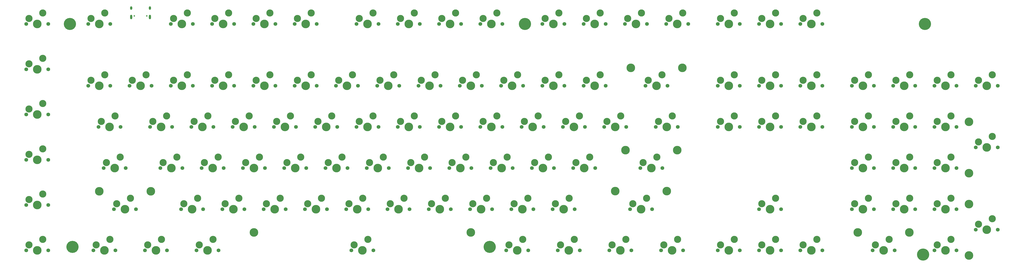
<source format=gts>
%TF.GenerationSoftware,KiCad,Pcbnew,8.0.2*%
%TF.CreationDate,2024-07-25T18:57:39+02:00*%
%TF.ProjectId,micha_board,6d696368-615f-4626-9f61-72642e6b6963,rev?*%
%TF.SameCoordinates,Original*%
%TF.FileFunction,Soldermask,Top*%
%TF.FilePolarity,Negative*%
%FSLAX46Y46*%
G04 Gerber Fmt 4.6, Leading zero omitted, Abs format (unit mm)*
G04 Created by KiCad (PCBNEW 8.0.2) date 2024-07-25 18:57:39*
%MOMM*%
%LPD*%
G01*
G04 APERTURE LIST*
%ADD10C,5.600000*%
%ADD11C,3.987800*%
%ADD12C,1.750000*%
%ADD13C,3.300000*%
%ADD14C,0.650000*%
%ADD15O,1.000000X1.600000*%
%ADD16O,1.000000X2.100000*%
G04 APERTURE END LIST*
D10*
%TO.C,H6*%
X446881250Y-144859375D03*
%TD*%
%TO.C,H5*%
X246856250Y-141287500D03*
%TD*%
%TO.C,H4*%
X54371875Y-141287500D03*
%TD*%
%TO.C,H3*%
X447675000Y-38100000D03*
%TD*%
%TO.C,H2*%
X263128125Y-38100000D03*
%TD*%
%TO.C,H1*%
X53181250Y-38100000D03*
%TD*%
D11*
%TO.C,S1*%
X238125000Y-134620000D03*
X138112500Y-134620000D03*
%TD*%
%TO.C,S4*%
X328612500Y-115490625D03*
X304800000Y-115490625D03*
%TD*%
%TO.C,S3*%
X333375000Y-96520000D03*
X309562500Y-96520000D03*
%TD*%
%TO.C,S8*%
X335756250Y-58420000D03*
X311943750Y-58420000D03*
%TD*%
%TO.C,S2*%
X90487500Y-115570000D03*
X66675000Y-115570000D03*
%TD*%
%TO.C,S6*%
X467995000Y-121443750D03*
X467995000Y-145256250D03*
%TD*%
%TO.C,S5*%
X440531250Y-134620000D03*
X416718750Y-134620000D03*
%TD*%
%TO.C,S7*%
X467995000Y-83343750D03*
X467995000Y-107156250D03*
%TD*%
D12*
%TO.C,MX1*%
X43180000Y-38100000D03*
D11*
X38100000Y-38100000D03*
D12*
X33020000Y-38100000D03*
D13*
X34290000Y-35560000D03*
X40640000Y-33020000D03*
%TD*%
D12*
%TO.C,MX16*%
X381317500Y-38100000D03*
D11*
X376237500Y-38100000D03*
D12*
X371157500Y-38100000D03*
D13*
X372427500Y-35560000D03*
X378777500Y-33020000D03*
%TD*%
D12*
%TO.C,MX66*%
X143192500Y-104775000D03*
D11*
X138112500Y-104775000D03*
D12*
X133032500Y-104775000D03*
D13*
X134302500Y-102235000D03*
X140652500Y-99695000D03*
%TD*%
D12*
%TO.C,MX51*%
X271780000Y-85725000D03*
D11*
X266700000Y-85725000D03*
D12*
X261620000Y-85725000D03*
D13*
X262890000Y-83185000D03*
X269240000Y-80645000D03*
%TD*%
D12*
%TO.C,MX99*%
X97948750Y-142875000D03*
D11*
X92868750Y-142875000D03*
D12*
X87788750Y-142875000D03*
D13*
X89058750Y-140335000D03*
X95408750Y-137795000D03*
%TD*%
D12*
%TO.C,MX46*%
X176530000Y-85725000D03*
D11*
X171450000Y-85725000D03*
D12*
X166370000Y-85725000D03*
D13*
X167640000Y-83185000D03*
X173990000Y-80645000D03*
%TD*%
D12*
%TO.C,MX109*%
X433705000Y-142875000D03*
D11*
X428625000Y-142875000D03*
D12*
X423545000Y-142875000D03*
D13*
X424815000Y-140335000D03*
X431165000Y-137795000D03*
%TD*%
D12*
%TO.C,MX104*%
X312261250Y-142875000D03*
D11*
X307181250Y-142875000D03*
D12*
X302101250Y-142875000D03*
D13*
X303371250Y-140335000D03*
X309721250Y-137795000D03*
%TD*%
D12*
%TO.C,MX101*%
X193198750Y-142875000D03*
D11*
X188118750Y-142875000D03*
D12*
X183038750Y-142875000D03*
D13*
X184308750Y-140335000D03*
X190658750Y-137795000D03*
%TD*%
D12*
%TO.C,MX31*%
X300355000Y-66675000D03*
D11*
X295275000Y-66675000D03*
D12*
X290195000Y-66675000D03*
D13*
X291465000Y-64135000D03*
X297815000Y-61595000D03*
%TD*%
D12*
%TO.C,MX103*%
X288448750Y-142875000D03*
D11*
X283368750Y-142875000D03*
D12*
X278288750Y-142875000D03*
D13*
X279558750Y-140335000D03*
X285908750Y-137795000D03*
%TD*%
D12*
%TO.C,MX98*%
X74136250Y-142875000D03*
D11*
X69056250Y-142875000D03*
D12*
X63976250Y-142875000D03*
D13*
X65246250Y-140335000D03*
X71596250Y-137795000D03*
%TD*%
D12*
%TO.C,MX61*%
X481330000Y-95250000D03*
D11*
X476250000Y-95250000D03*
D12*
X471170000Y-95250000D03*
D13*
X472440000Y-92710000D03*
X478790000Y-90170000D03*
%TD*%
D12*
%TO.C,MX12*%
X300355000Y-38100000D03*
D11*
X295275000Y-38100000D03*
D12*
X290195000Y-38100000D03*
D13*
X291465000Y-35560000D03*
X297815000Y-33020000D03*
%TD*%
D12*
%TO.C,MX100*%
X121761250Y-142875000D03*
D11*
X116681250Y-142875000D03*
D12*
X111601250Y-142875000D03*
D13*
X112871250Y-140335000D03*
X119221250Y-137795000D03*
%TD*%
D12*
%TO.C,MX40*%
X43180000Y-80010000D03*
D11*
X38100000Y-80010000D03*
D12*
X33020000Y-80010000D03*
D13*
X34290000Y-77470000D03*
X40640000Y-74930000D03*
%TD*%
D12*
%TO.C,MX50*%
X252730000Y-85725000D03*
D11*
X247650000Y-85725000D03*
D12*
X242570000Y-85725000D03*
D13*
X243840000Y-83185000D03*
X250190000Y-80645000D03*
%TD*%
D12*
%TO.C,MX106*%
X362267500Y-142875000D03*
D11*
X357187500Y-142875000D03*
D12*
X352107500Y-142875000D03*
D13*
X353377500Y-140335000D03*
X359727500Y-137795000D03*
%TD*%
D12*
%TO.C,MX87*%
X228917500Y-123825000D03*
D11*
X223837500Y-123825000D03*
D12*
X218757500Y-123825000D03*
D13*
X220027500Y-121285000D03*
X226377500Y-118745000D03*
%TD*%
D12*
%TO.C,MX71*%
X238442500Y-104775000D03*
D11*
X233362500Y-104775000D03*
D12*
X228282500Y-104775000D03*
D13*
X229552500Y-102235000D03*
X235902500Y-99695000D03*
%TD*%
D12*
%TO.C,MX39*%
X481330000Y-66675000D03*
D11*
X476250000Y-66675000D03*
D12*
X471170000Y-66675000D03*
D13*
X472440000Y-64135000D03*
X478790000Y-61595000D03*
%TD*%
D12*
%TO.C,MX4*%
X128905000Y-38100000D03*
D11*
X123825000Y-38100000D03*
D12*
X118745000Y-38100000D03*
D13*
X120015000Y-35560000D03*
X126365000Y-33020000D03*
%TD*%
D12*
%TO.C,MX108*%
X400367500Y-142875000D03*
D11*
X395287500Y-142875000D03*
D12*
X390207500Y-142875000D03*
D13*
X391477500Y-140335000D03*
X397827500Y-137795000D03*
%TD*%
D12*
%TO.C,MX11*%
X281305000Y-38100000D03*
D11*
X276225000Y-38100000D03*
D12*
X271145000Y-38100000D03*
D13*
X272415000Y-35560000D03*
X278765000Y-33020000D03*
%TD*%
D12*
%TO.C,MX21*%
X109855000Y-66675000D03*
D11*
X104775000Y-66675000D03*
D12*
X99695000Y-66675000D03*
D13*
X100965000Y-64135000D03*
X107315000Y-61595000D03*
%TD*%
D12*
%TO.C,MX75*%
X326548750Y-104775000D03*
D11*
X321468750Y-104775000D03*
D12*
X316388750Y-104775000D03*
D13*
X317658750Y-102235000D03*
X324008750Y-99695000D03*
%TD*%
D12*
%TO.C,MX7*%
X195580000Y-38100000D03*
D11*
X190500000Y-38100000D03*
D12*
X185420000Y-38100000D03*
D13*
X186690000Y-35560000D03*
X193040000Y-33020000D03*
%TD*%
D12*
%TO.C,MX35*%
X400367500Y-66675000D03*
D11*
X395287500Y-66675000D03*
D12*
X390207500Y-66675000D03*
D13*
X391477500Y-64135000D03*
X397827500Y-61595000D03*
%TD*%
D12*
%TO.C,MX82*%
X133667500Y-123825000D03*
D11*
X128587500Y-123825000D03*
D12*
X123507500Y-123825000D03*
D13*
X124777500Y-121285000D03*
X131127500Y-118745000D03*
%TD*%
D12*
%TO.C,MX53*%
X309880000Y-85725000D03*
D11*
X304800000Y-85725000D03*
D12*
X299720000Y-85725000D03*
D13*
X300990000Y-83185000D03*
X307340000Y-80645000D03*
%TD*%
D12*
%TO.C,MX81*%
X114617500Y-123825000D03*
D11*
X109537500Y-123825000D03*
D12*
X104457500Y-123825000D03*
D13*
X105727500Y-121285000D03*
X112077500Y-118745000D03*
%TD*%
D12*
%TO.C,MX17*%
X400367500Y-38100000D03*
D11*
X395287500Y-38100000D03*
D12*
X390207500Y-38100000D03*
D13*
X391477500Y-35560000D03*
X397827500Y-33020000D03*
%TD*%
D12*
%TO.C,MX23*%
X147955000Y-66675000D03*
D11*
X142875000Y-66675000D03*
D12*
X137795000Y-66675000D03*
D13*
X139065000Y-64135000D03*
X145415000Y-61595000D03*
%TD*%
D12*
%TO.C,MX59*%
X443230000Y-85725000D03*
D11*
X438150000Y-85725000D03*
D12*
X433070000Y-85725000D03*
D13*
X434340000Y-83185000D03*
X440690000Y-80645000D03*
%TD*%
D12*
%TO.C,MX62*%
X43180000Y-100965000D03*
D11*
X38100000Y-100965000D03*
D12*
X33020000Y-100965000D03*
D13*
X34290000Y-98425000D03*
X40640000Y-95885000D03*
%TD*%
D12*
%TO.C,MX30*%
X281305000Y-66675000D03*
D11*
X276225000Y-66675000D03*
D12*
X271145000Y-66675000D03*
D13*
X272415000Y-64135000D03*
X278765000Y-61595000D03*
%TD*%
D12*
%TO.C,MX80*%
X83661250Y-123825000D03*
D11*
X78581250Y-123825000D03*
D12*
X73501250Y-123825000D03*
D13*
X74771250Y-121285000D03*
X81121250Y-118745000D03*
%TD*%
D12*
%TO.C,MX26*%
X205105000Y-66675000D03*
D11*
X200025000Y-66675000D03*
D12*
X194945000Y-66675000D03*
D13*
X196215000Y-64135000D03*
X202565000Y-61595000D03*
%TD*%
D12*
%TO.C,MX79*%
X43180000Y-121920000D03*
D11*
X38100000Y-121920000D03*
D12*
X33020000Y-121920000D03*
D13*
X34290000Y-119380000D03*
X40640000Y-116840000D03*
%TD*%
D12*
%TO.C,MX13*%
X319405000Y-38100000D03*
D11*
X314325000Y-38100000D03*
D12*
X309245000Y-38100000D03*
D13*
X310515000Y-35560000D03*
X316865000Y-33020000D03*
%TD*%
D12*
%TO.C,MX56*%
X381317500Y-85725000D03*
D11*
X376237500Y-85725000D03*
D12*
X371157500Y-85725000D03*
D13*
X372427500Y-83185000D03*
X378777500Y-80645000D03*
%TD*%
D12*
%TO.C,MX63*%
X78898750Y-104775000D03*
D11*
X73818750Y-104775000D03*
D12*
X68738750Y-104775000D03*
D13*
X70008750Y-102235000D03*
X76358750Y-99695000D03*
%TD*%
D12*
%TO.C,MX36*%
X424180000Y-66675000D03*
D11*
X419100000Y-66675000D03*
D12*
X414020000Y-66675000D03*
D13*
X415290000Y-64135000D03*
X421640000Y-61595000D03*
%TD*%
D12*
%TO.C,MX45*%
X157480000Y-85725000D03*
D11*
X152400000Y-85725000D03*
D12*
X147320000Y-85725000D03*
D13*
X148590000Y-83185000D03*
X154940000Y-80645000D03*
%TD*%
D12*
%TO.C,MX102*%
X264636250Y-142875000D03*
D11*
X259556250Y-142875000D03*
D12*
X254476250Y-142875000D03*
D13*
X255746250Y-140335000D03*
X262096250Y-137795000D03*
%TD*%
D12*
%TO.C,MX38*%
X462280000Y-66675000D03*
D11*
X457200000Y-66675000D03*
D12*
X452120000Y-66675000D03*
D13*
X453390000Y-64135000D03*
X459740000Y-61595000D03*
%TD*%
D12*
%TO.C,MX58*%
X424180000Y-85725000D03*
D11*
X419100000Y-85725000D03*
D12*
X414020000Y-85725000D03*
D13*
X415290000Y-83185000D03*
X421640000Y-80645000D03*
%TD*%
D12*
%TO.C,MX83*%
X152717500Y-123825000D03*
D11*
X147637500Y-123825000D03*
D12*
X142557500Y-123825000D03*
D13*
X143827500Y-121285000D03*
X150177500Y-118745000D03*
%TD*%
D12*
%TO.C,MX76*%
X424180000Y-104775000D03*
D11*
X419100000Y-104775000D03*
D12*
X414020000Y-104775000D03*
D13*
X415290000Y-102235000D03*
X421640000Y-99695000D03*
%TD*%
D12*
%TO.C,MX69*%
X200342500Y-104775000D03*
D11*
X195262500Y-104775000D03*
D12*
X190182500Y-104775000D03*
D13*
X191452500Y-102235000D03*
X197802500Y-99695000D03*
%TD*%
D12*
%TO.C,MX43*%
X119380000Y-85725000D03*
D11*
X114300000Y-85725000D03*
D12*
X109220000Y-85725000D03*
D13*
X110490000Y-83185000D03*
X116840000Y-80645000D03*
%TD*%
D12*
%TO.C,MX24*%
X167005000Y-66675000D03*
D11*
X161925000Y-66675000D03*
D12*
X156845000Y-66675000D03*
D13*
X158115000Y-64135000D03*
X164465000Y-61595000D03*
%TD*%
D12*
%TO.C,MX34*%
X381317500Y-66675000D03*
D11*
X376237500Y-66675000D03*
D12*
X371157500Y-66675000D03*
D13*
X372427500Y-64135000D03*
X378777500Y-61595000D03*
%TD*%
D12*
%TO.C,MX91*%
X321786250Y-123825000D03*
D11*
X316706250Y-123825000D03*
D12*
X311626250Y-123825000D03*
D13*
X312896250Y-121285000D03*
X319246250Y-118745000D03*
%TD*%
D12*
%TO.C,MX41*%
X76517500Y-85725000D03*
D11*
X71437500Y-85725000D03*
D12*
X66357500Y-85725000D03*
D13*
X67627500Y-83185000D03*
X73977500Y-80645000D03*
%TD*%
D12*
%TO.C,MX47*%
X195580000Y-85725000D03*
D11*
X190500000Y-85725000D03*
D12*
X185420000Y-85725000D03*
D13*
X186690000Y-83185000D03*
X193040000Y-80645000D03*
%TD*%
D12*
%TO.C,MX22*%
X128905000Y-66675000D03*
D11*
X123825000Y-66675000D03*
D12*
X118745000Y-66675000D03*
D13*
X120015000Y-64135000D03*
X126365000Y-61595000D03*
%TD*%
D12*
%TO.C,MX67*%
X162242500Y-104775000D03*
D11*
X157162500Y-104775000D03*
D12*
X152082500Y-104775000D03*
D13*
X153352500Y-102235000D03*
X159702500Y-99695000D03*
%TD*%
D12*
%TO.C,MX60*%
X462280000Y-85725000D03*
D11*
X457200000Y-85725000D03*
D12*
X452120000Y-85725000D03*
D13*
X453390000Y-83185000D03*
X459740000Y-80645000D03*
%TD*%
D12*
%TO.C,MX14*%
X338455000Y-38100000D03*
D11*
X333375000Y-38100000D03*
D12*
X328295000Y-38100000D03*
D13*
X329565000Y-35560000D03*
X335915000Y-33020000D03*
%TD*%
D12*
%TO.C,MX89*%
X267017500Y-123825000D03*
D11*
X261937500Y-123825000D03*
D12*
X256857500Y-123825000D03*
D13*
X258127500Y-121285000D03*
X264477500Y-118745000D03*
%TD*%
D12*
%TO.C,MX72*%
X257492500Y-104775000D03*
D11*
X252412500Y-104775000D03*
D12*
X247332500Y-104775000D03*
D13*
X248602500Y-102235000D03*
X254952500Y-99695000D03*
%TD*%
D12*
%TO.C,MX25*%
X186055000Y-66675000D03*
D11*
X180975000Y-66675000D03*
D12*
X175895000Y-66675000D03*
D13*
X177165000Y-64135000D03*
X183515000Y-61595000D03*
%TD*%
D12*
%TO.C,MX33*%
X362267500Y-66675000D03*
D11*
X357187500Y-66675000D03*
D12*
X352107500Y-66675000D03*
D13*
X353377500Y-64135000D03*
X359727500Y-61595000D03*
%TD*%
D12*
%TO.C,MX96*%
X481330000Y-133350000D03*
D11*
X476250000Y-133350000D03*
D12*
X471170000Y-133350000D03*
D13*
X472440000Y-130810000D03*
X478790000Y-128270000D03*
%TD*%
D12*
%TO.C,MX86*%
X209867500Y-123825000D03*
D11*
X204787500Y-123825000D03*
D12*
X199707500Y-123825000D03*
D13*
X200977500Y-121285000D03*
X207327500Y-118745000D03*
%TD*%
D12*
%TO.C,MX94*%
X443230000Y-123825000D03*
D11*
X438150000Y-123825000D03*
D12*
X433070000Y-123825000D03*
D13*
X434340000Y-121285000D03*
X440690000Y-118745000D03*
%TD*%
D12*
%TO.C,MX29*%
X262255000Y-66675000D03*
D11*
X257175000Y-66675000D03*
D12*
X252095000Y-66675000D03*
D13*
X253365000Y-64135000D03*
X259715000Y-61595000D03*
%TD*%
D12*
%TO.C,MX57*%
X400367500Y-85725000D03*
D11*
X395287500Y-85725000D03*
D12*
X390207500Y-85725000D03*
D13*
X391477500Y-83185000D03*
X397827500Y-80645000D03*
%TD*%
D12*
%TO.C,MX5*%
X147955000Y-38100000D03*
D11*
X142875000Y-38100000D03*
D12*
X137795000Y-38100000D03*
D13*
X139065000Y-35560000D03*
X145415000Y-33020000D03*
%TD*%
D12*
%TO.C,MX110*%
X462280000Y-142875000D03*
D11*
X457200000Y-142875000D03*
D12*
X452120000Y-142875000D03*
D13*
X453390000Y-140335000D03*
X459740000Y-137795000D03*
%TD*%
D12*
%TO.C,MX52*%
X290830000Y-85725000D03*
D11*
X285750000Y-85725000D03*
D12*
X280670000Y-85725000D03*
D13*
X281940000Y-83185000D03*
X288290000Y-80645000D03*
%TD*%
D12*
%TO.C,MX27*%
X224155000Y-66675000D03*
D11*
X219075000Y-66675000D03*
D12*
X213995000Y-66675000D03*
D13*
X215265000Y-64135000D03*
X221615000Y-61595000D03*
%TD*%
D12*
%TO.C,MX70*%
X219392500Y-104775000D03*
D11*
X214312500Y-104775000D03*
D12*
X209232500Y-104775000D03*
D13*
X210502500Y-102235000D03*
X216852500Y-99695000D03*
%TD*%
D12*
%TO.C,MX95*%
X462280000Y-123825000D03*
D11*
X457200000Y-123825000D03*
D12*
X452120000Y-123825000D03*
D13*
X453390000Y-121285000D03*
X459740000Y-118745000D03*
%TD*%
D12*
%TO.C,MX44*%
X138430000Y-85725000D03*
D11*
X133350000Y-85725000D03*
D12*
X128270000Y-85725000D03*
D13*
X129540000Y-83185000D03*
X135890000Y-80645000D03*
%TD*%
D12*
%TO.C,MX48*%
X214630000Y-85725000D03*
D11*
X209550000Y-85725000D03*
D12*
X204470000Y-85725000D03*
D13*
X205740000Y-83185000D03*
X212090000Y-80645000D03*
%TD*%
D12*
%TO.C,MX68*%
X181292500Y-104775000D03*
D11*
X176212500Y-104775000D03*
D12*
X171132500Y-104775000D03*
D13*
X172402500Y-102235000D03*
X178752500Y-99695000D03*
%TD*%
D12*
%TO.C,MX9*%
X233680000Y-38100000D03*
D11*
X228600000Y-38100000D03*
D12*
X223520000Y-38100000D03*
D13*
X224790000Y-35560000D03*
X231140000Y-33020000D03*
%TD*%
D12*
%TO.C,MX8*%
X214630000Y-38100000D03*
D11*
X209550000Y-38100000D03*
D12*
X204470000Y-38100000D03*
D13*
X205740000Y-35560000D03*
X212090000Y-33020000D03*
%TD*%
D12*
%TO.C,MX74*%
X295592500Y-104775000D03*
D11*
X290512500Y-104775000D03*
D12*
X285432500Y-104775000D03*
D13*
X286702500Y-102235000D03*
X293052500Y-99695000D03*
%TD*%
D12*
%TO.C,MX2*%
X71755000Y-38100000D03*
D11*
X66675000Y-38100000D03*
D12*
X61595000Y-38100000D03*
D13*
X62865000Y-35560000D03*
X69215000Y-33020000D03*
%TD*%
D12*
%TO.C,MX107*%
X381317500Y-142875000D03*
D11*
X376237500Y-142875000D03*
D12*
X371157500Y-142875000D03*
D13*
X372427500Y-140335000D03*
X378777500Y-137795000D03*
%TD*%
D12*
%TO.C,MX6*%
X167005000Y-38100000D03*
D11*
X161925000Y-38100000D03*
D12*
X156845000Y-38100000D03*
D13*
X158115000Y-35560000D03*
X164465000Y-33020000D03*
%TD*%
D12*
%TO.C,MX54*%
X333692500Y-85725000D03*
D11*
X328612500Y-85725000D03*
D12*
X323532500Y-85725000D03*
D13*
X324802500Y-83185000D03*
X331152500Y-80645000D03*
%TD*%
D12*
%TO.C,MX20*%
X90805000Y-66675000D03*
D11*
X85725000Y-66675000D03*
D12*
X80645000Y-66675000D03*
D13*
X81915000Y-64135000D03*
X88265000Y-61595000D03*
%TD*%
D12*
%TO.C,MX105*%
X336073750Y-142875000D03*
D11*
X330993750Y-142875000D03*
D12*
X325913750Y-142875000D03*
D13*
X327183750Y-140335000D03*
X333533750Y-137795000D03*
%TD*%
D12*
%TO.C,MX10*%
X252730000Y-38100000D03*
D11*
X247650000Y-38100000D03*
D12*
X242570000Y-38100000D03*
D13*
X243840000Y-35560000D03*
X250190000Y-33020000D03*
%TD*%
D12*
%TO.C,MX55*%
X362267500Y-85725000D03*
D11*
X357187500Y-85725000D03*
D12*
X352107500Y-85725000D03*
D13*
X353377500Y-83185000D03*
X359727500Y-80645000D03*
%TD*%
D12*
%TO.C,MX90*%
X286067500Y-123825000D03*
D11*
X280987500Y-123825000D03*
D12*
X275907500Y-123825000D03*
D13*
X277177500Y-121285000D03*
X283527500Y-118745000D03*
%TD*%
D12*
%TO.C,MX19*%
X71755000Y-66675000D03*
D11*
X66675000Y-66675000D03*
D12*
X61595000Y-66675000D03*
D13*
X62865000Y-64135000D03*
X69215000Y-61595000D03*
%TD*%
D12*
%TO.C,MX77*%
X443230000Y-104775000D03*
D11*
X438150000Y-104775000D03*
D12*
X433070000Y-104775000D03*
D13*
X434340000Y-102235000D03*
X440690000Y-99695000D03*
%TD*%
D12*
%TO.C,MX92*%
X381317500Y-123825000D03*
D11*
X376237500Y-123825000D03*
D12*
X371157500Y-123825000D03*
D13*
X372427500Y-121285000D03*
X378777500Y-118745000D03*
%TD*%
D12*
%TO.C,MX88*%
X247967500Y-123825000D03*
D11*
X242887500Y-123825000D03*
D12*
X237807500Y-123825000D03*
D13*
X239077500Y-121285000D03*
X245427500Y-118745000D03*
%TD*%
D12*
%TO.C,MX37*%
X443230000Y-66675000D03*
D11*
X438150000Y-66675000D03*
D12*
X433070000Y-66675000D03*
D13*
X434340000Y-64135000D03*
X440690000Y-61595000D03*
%TD*%
D12*
%TO.C,MX73*%
X276542500Y-104775000D03*
D11*
X271462500Y-104775000D03*
D12*
X266382500Y-104775000D03*
D13*
X267652500Y-102235000D03*
X274002500Y-99695000D03*
%TD*%
D14*
%TO.C,J1*%
X82835000Y-34331250D03*
X88615000Y-34331250D03*
D15*
X81405000Y-30681250D03*
D16*
X81405000Y-34861250D03*
D15*
X90045000Y-30681250D03*
D16*
X90045000Y-34861250D03*
%TD*%
D12*
%TO.C,MX49*%
X233680000Y-85725000D03*
D11*
X228600000Y-85725000D03*
D12*
X223520000Y-85725000D03*
D13*
X224790000Y-83185000D03*
X231140000Y-80645000D03*
%TD*%
D12*
%TO.C,MX32*%
X328930000Y-66675000D03*
D11*
X323850000Y-66675000D03*
D12*
X318770000Y-66675000D03*
D13*
X320040000Y-64135000D03*
X326390000Y-61595000D03*
%TD*%
D12*
%TO.C,MX84*%
X171767500Y-123825000D03*
D11*
X166687500Y-123825000D03*
D12*
X161607500Y-123825000D03*
D13*
X162877500Y-121285000D03*
X169227500Y-118745000D03*
%TD*%
D12*
%TO.C,MX42*%
X100330000Y-85725000D03*
D11*
X95250000Y-85725000D03*
D12*
X90170000Y-85725000D03*
D13*
X91440000Y-83185000D03*
X97790000Y-80645000D03*
%TD*%
D12*
%TO.C,MX85*%
X190817500Y-123825000D03*
D11*
X185737500Y-123825000D03*
D12*
X180657500Y-123825000D03*
D13*
X181927500Y-121285000D03*
X188277500Y-118745000D03*
%TD*%
D12*
%TO.C,MX3*%
X109855000Y-38100000D03*
D11*
X104775000Y-38100000D03*
D12*
X99695000Y-38100000D03*
D13*
X100965000Y-35560000D03*
X107315000Y-33020000D03*
%TD*%
D12*
%TO.C,MX28*%
X243205000Y-66675000D03*
D11*
X238125000Y-66675000D03*
D12*
X233045000Y-66675000D03*
D13*
X234315000Y-64135000D03*
X240665000Y-61595000D03*
%TD*%
D12*
%TO.C,MX65*%
X124142500Y-104775000D03*
D11*
X119062500Y-104775000D03*
D12*
X113982500Y-104775000D03*
D13*
X115252500Y-102235000D03*
X121602500Y-99695000D03*
%TD*%
D12*
%TO.C,MX97*%
X43180000Y-142875000D03*
D11*
X38100000Y-142875000D03*
D12*
X33020000Y-142875000D03*
D13*
X34290000Y-140335000D03*
X40640000Y-137795000D03*
%TD*%
D12*
%TO.C,MX93*%
X424180000Y-123825000D03*
D11*
X419100000Y-123825000D03*
D12*
X414020000Y-123825000D03*
D13*
X415290000Y-121285000D03*
X421640000Y-118745000D03*
%TD*%
D12*
%TO.C,MX78*%
X462280000Y-104775000D03*
D11*
X457200000Y-104775000D03*
D12*
X452120000Y-104775000D03*
D13*
X453390000Y-102235000D03*
X459740000Y-99695000D03*
%TD*%
D12*
%TO.C,MX64*%
X105092500Y-104775000D03*
D11*
X100012500Y-104775000D03*
D12*
X94932500Y-104775000D03*
D13*
X96202500Y-102235000D03*
X102552500Y-99695000D03*
%TD*%
D12*
%TO.C,MX18*%
X43180000Y-59055000D03*
D11*
X38100000Y-59055000D03*
D12*
X33020000Y-59055000D03*
D13*
X34290000Y-56515000D03*
X40640000Y-53975000D03*
%TD*%
D12*
%TO.C,MX15*%
X362267500Y-38100000D03*
D11*
X357187500Y-38100000D03*
D12*
X352107500Y-38100000D03*
D13*
X353377500Y-35560000D03*
X359727500Y-33020000D03*
%TD*%
M02*

</source>
